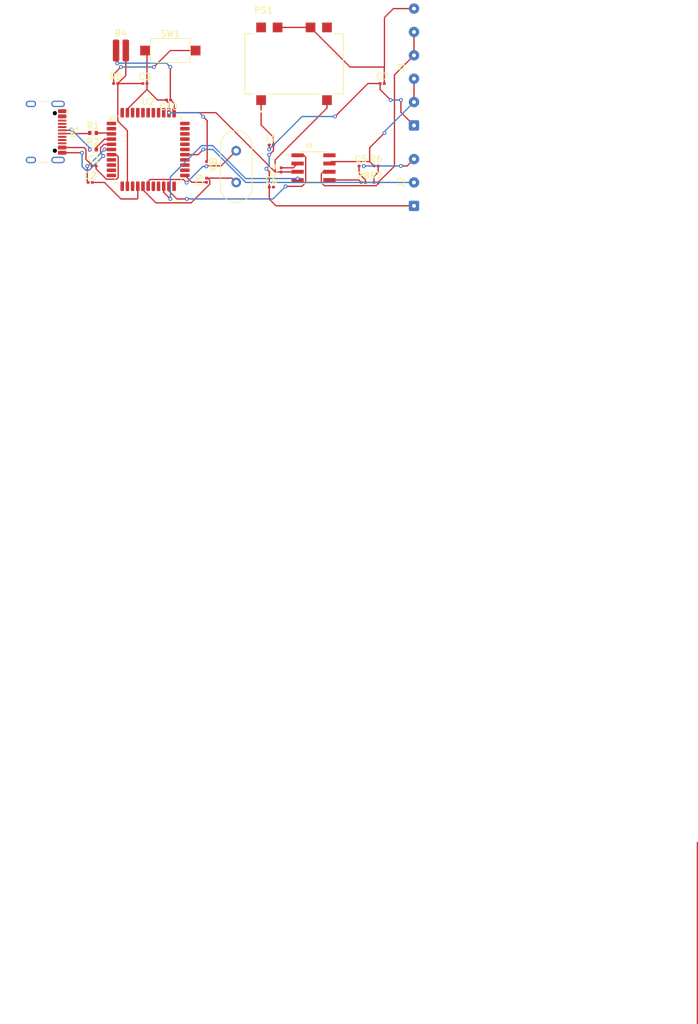
<source format=kicad_pcb>
(kicad_pcb (version 20241229) (generator "pcbnew") (generator_version "9.0")
  (layers (0 "F.Cu" signal) (2 "B.Cu" signal) (13 "F.Paste" user) (15 "B.Paste" user) (5 "F.SilkS" user "F.Silkscreen") (7 "B.SilkS" user "B.Silkscreen") (1 "F.Mask" user) (3 "B.Mask" user) (25 "Edge.Cuts" user))
  (net 0 "")
  (net 1 "Net-(U2-VBUS)")
  (net 2 "Net-(C1-Pad1)")
  (net 3 "GND")
  (net 4 "Net-(U2-UCAP)")
  (net 5 "RST")
  (net 6 "+5V")
  (net 7 "Net-(C5-Pad1)")
  (net 8 "Net-(J2-Pin_1)")
  (net 9 "+12V")
  (net 10 "Net-(U2-XTAL1)")
  (net 11 "Net-(U2-XTAL2)")
  (net 12 "CANL")
  (net 13 "CANH")
  (net 14 "DIO")
  (net 15 "Net-(P1-D-)")
  (net 16 "Net-(P1-D+)")
  (net 18 "UGND")
  (net 23 "Net-(U2-D-)")
  (net 24 "Net-(U2-D+)")
  (net 25 "Net-(R5-Pad1)")
  (net 26 "SPLIT")
  (net 29 "Net-(U2-AVCC-Pad24)")
  (net 32 "TX")
  (net 38 "RX")
  (footprint "Resistor_SMD:R_0402_1005Metric" (layer "F.Cu") (at 109.99 76.2)
    (property "Reference" "R2" (at 0 -1.17 0) (layer "F.SilkS"))
    (property "Value" "22")
    (fp_line (start -0.153641 -0.38) (end 0.153641 -0.38) (stroke (width 0.12)) (layer "F.SilkS"))
    (fp_line (start -0.153641 0.38) (end 0.153641 0.38) (stroke (width 0.12)) (layer "F.SilkS"))
    (pad "1" smd roundrect (at -0.51 0) (size 0.54 0.64) (layers "F.Cu" "F.Mask" "F.Paste") (net 16 "Net-(P1-D+)"))
    (pad "2" smd roundrect (at 0.51 0) (size 0.54 0.64) (layers "F.Cu" "F.Mask" "F.Paste") (net 24 "Net-(U2-D+)"))
  )
  (footprint "Capacitor_SMD:C_0201_0603Metric" (layer "F.Cu") (at 127.5 80.935 90)
    (property "Reference" "C9" (at 0 -1.05 90) (layer "F.SilkS"))
    (property "Value" "22 pF")
    (pad "1" smd roundrect (at -0.32 0 90) (size 0.46 0.4) (layers "F.Cu" "F.Mask") (net 3 "GND"))
    (pad "2" smd roundrect (at 0.32 0 90) (size 0.46 0.4) (layers "F.Cu" "F.Mask") (net 11 "Net-(U2-XTAL2)"))
  )
  (footprint "Resistor_SMD:R_0201_0603Metric" (layer "F.Cu") (at 153.655 78.74)
    (property "Reference" "R6" (at 0 -1.05 0) (layer "F.SilkS"))
    (property "Value" "60")
    (pad "1" smd roundrect (at -0.32 0) (size 0.46 0.4) (layers "F.Cu" "F.Mask") (net 13 "CANH"))
    (pad "2" smd roundrect (at 0.32 0) (size 0.46 0.4) (layers "F.Cu" "F.Mask") (net 7 "Net-(C5-Pad1)"))
  )
  (footprint "TSR_1-2450SM:CONV_TSR_1-2450SM" (layer "F.Cu") (at 141 63)
    (property "Reference" "PS1" (at -4.675 -8.235 0) (layer "F.SilkS"))
    (property "Value" "TSR_1-2450SM")
    (fp_line (start -7.6 -4.65) (end -7.6 4.65) (stroke (width 0.127)) (layer "F.SilkS"))
    (fp_line (start -7.6 4.65) (end -6.15 4.65) (stroke (width 0.127)) (layer "F.SilkS"))
    (fp_line (start -6.15 -4.65) (end -7.6 -4.65) (stroke (width 0.127)) (layer "F.SilkS"))
    (fp_line (start -4.01 4.65) (end 4.01 4.65) (stroke (width 0.127)) (layer "F.SilkS"))
    (fp_line (start 6.15 4.65) (end 7.6 4.65) (stroke (width 0.127)) (layer "F.SilkS"))
    (fp_line (start 7.6 -4.65) (end 6.15 -4.65) (stroke (width 0.127)) (layer "F.SilkS"))
    (fp_line (start 7.6 4.65) (end 7.6 -4.65) (stroke (width 0.127)) (layer "F.SilkS"))
    (fp_circle (center -5.08 7.35) (end -4.98 7.35) (stroke (width 0.2)) (fill no) (layer "F.SilkS"))
    (pad "1" smd rect (at -5.08 5.6) (size 1.5 1.5) (layers "F.Cu" "F.Mask" "F.Paste") (net 8 "Net-(J2-Pin_1)"))
    (pad "5" smd rect (at 5.08 5.6) (size 1.5 1.5) (layers "F.Cu" "F.Mask" "F.Paste") (net 6 "+5V"))
    (pad "6" smd rect (at 5.08 -5.6) (size 1.5 1.5) (layers "F.Cu" "F.Mask" "F.Paste"))
    (pad "7" smd rect (at 2.54 -5.6) (size 1.5 1.5) (layers "F.Cu" "F.Mask" "F.Paste") (net 3 "GND"))
    (pad "9" smd rect (at -2.54 -5.6) (size 1.5 1.5) (layers "F.Cu" "F.Mask" "F.Paste") (net 3 "GND"))
    (pad "10" smd rect (at -5.08 -5.6) (size 1.5 1.5) (layers "F.Cu" "F.Mask" "F.Paste"))
  )
  (footprint "Capacitor_SMD:C_0201_0603Metric" (layer "F.Cu") (at 154.595 66.04)
    (property "Reference" "C7" (at 0 -1.05 0) (layer "F.SilkS"))
    (property "Value" "10 uF")
    (pad "1" smd roundrect (at -0.32 0) (size 0.46 0.4) (layers "F.Cu" "F.Mask") (net 9 "+12V"))
    (pad "2" smd roundrect (at 0.32 0) (size 0.46 0.4) (layers "F.Cu" "F.Mask") (net 3 "GND"))
  )
  (footprint "Capacitor_SMD:C_0201_0603Metric" (layer "F.Cu") (at 127.5 78.395 -90)
    (property "Reference" "C8" (at 0 -1.05 90) (layer "F.SilkS"))
    (property "Value" "22 pF")
    (pad "1" smd roundrect (at -0.32 0 270) (size 0.46 0.4) (layers "F.Cu" "F.Mask") (net 3 "GND"))
    (pad "2" smd roundrect (at 0.32 0 270) (size 0.46 0.4) (layers "F.Cu" "F.Mask") (net 10 "Net-(U2-XTAL1)"))
  )
  (footprint "Inductor_SMD:L_0201_0603Metric" (layer "F.Cu") (at 137.5 75.5)
    (property "Reference" "L1" (at 0 -1.05 0) (layer "F.SilkS"))
    (property "Value" "5.6 uH")
    (pad "1" smd roundrect (at -0.32 0) (size 0.46 0.4) (layers "F.Cu" "F.Mask") (net 9 "+12V"))
    (pad "2" smd roundrect (at 0.32 0) (size 0.46 0.4) (layers "F.Cu" "F.Mask") (net 8 "Net-(J2-Pin_1)"))
  )
  (footprint "Capacitor_SMD:C_0201_0603Metric" (layer "F.Cu") (at 139 79.345 90)
    (property "Reference" "C4" (at 0 -1.05 90) (layer "F.SilkS"))
    (property "Value" ".1 uF")
    (pad "1" smd roundrect (at -0.32 0 90) (size 0.46 0.4) (layers "F.Cu" "F.Mask") (net 6 "+5V"))
    (pad "2" smd roundrect (at 0.32 0 90) (size 0.46 0.4) (layers "F.Cu" "F.Mask") (net 3 "GND"))
  )
  (footprint "MCP2561-E_SN:SOIC127P600X175-8N" (layer "F.Cu") (at 144 79)
    (property "Reference" "U3" (at -0.677033 -3.409974 0) (layer "F.SilkS") (effects (font (size 0.48073 0.48073))))
    (property "Value" "MCP2561-E_SN")
    (fp_line (start -1.95 -2.45) (end 1.95 -2.45) (stroke (width 0.127)) (layer "F.SilkS"))
    (fp_line (start -1.95 2.45) (end 1.95 2.45) (stroke (width 0.127)) (layer "F.SilkS"))
    (fp_circle (center -4 -2) (end -3.9 -2) (stroke (width 0.2)) (fill no) (layer "F.SilkS"))
    (pad "1" smd roundrect (at -2.455 -1.905) (size 1.9 0.6) (layers "F.Cu" "F.Mask" "F.Paste") (roundrect_rratio 0.075) (net 32 "TX"))
    (pad "2" smd roundrect (at -2.455 -0.635) (size 1.9 0.6) (layers "F.Cu" "F.Mask" "F.Paste") (roundrect_rratio 0.075) (net 3 "GND"))
    (pad "3" smd roundrect (at -2.455 0.635) (size 1.9 0.6) (layers "F.Cu" "F.Mask" "F.Paste") (roundrect_rratio 0.075) (net 6 "+5V"))
    (pad "4" smd roundrect (at -2.455 1.905) (size 1.9 0.6) (layers "F.Cu" "F.Mask" "F.Paste") (roundrect_rratio 0.075) (net 38 "RX"))
    (pad "5" smd roundrect (at 2.455 1.905) (size 1.9 0.6) (layers "F.Cu" "F.Mask" "F.Paste") (roundrect_rratio 0.075) (net 26 "SPLIT"))
    (pad "6" smd roundrect (at 2.455 0.635) (size 1.9 0.6) (layers "F.Cu" "F.Mask" "F.Paste") (roundrect_rratio 0.075) (net 12 "CANL"))
    (pad "7" smd roundrect (at 2.455 -0.635) (size 1.9 0.6) (layers "F.Cu" "F.Mask" "F.Paste") (roundrect_rratio 0.075) (net 13 "CANH"))
    (pad "8" smd roundrect (at 2.455 -1.905) (size 1.9 0.6) (layers "F.Cu" "F.Mask" "F.Paste") (roundrect_rratio 0.075))
  )
  (footprint "Resistor_SMD:R_0201_0603Metric" (layer "F.Cu") (at 113.5 66.04)
    (property "Reference" "R5" (at 0 -1.05 0) (layer "F.SilkS"))
    (property "Value" "1 K")
    (pad "1" smd roundrect (at -0.32 0) (size 0.46 0.4) (layers "F.Cu" "F.Mask") (net 25 "Net-(R5-Pad1)"))
    (pad "2" smd roundrect (at 0.32 0) (size 0.46 0.4) (layers "F.Cu" "F.Mask") (net 5 "RST"))
  )
  (footprint "Capacitor_SMD:C_0201_0603Metric" (layer "F.Cu") (at 118 66.04)
    (property "Reference" "C3" (at 0 -1.05 0) (layer "F.SilkS"))
    (property "Value" "0.1 uF")
    (pad "1" smd roundrect (at -0.32 0) (size 0.46 0.4) (layers "F.Cu" "F.Mask") (net 5 "RST"))
    (pad "2" smd roundrect (at 0.32 0) (size 0.46 0.4) (layers "F.Cu" "F.Mask") (net 3 "GND"))
  )
  (footprint "Connector_USB:USB_C_Receptacle_HCTL_HC-TYPE-C-16P-01A" (layer "F.Cu") (at 101.5 73.5 -90)
    (property "Reference" "P1" (at 0 -5.645 90) (layer "F.SilkS"))
    (property "Value" "USB_C_Plug_USB2.0")
    (fp_line (start -4.7 -1.78) (end -4.7 0) (stroke (width 0.12)) (layer "F.SilkS"))
    (fp_line (start 4.7 -1.78) (end 4.7 0) (stroke (width 0.12)) (layer "F.SilkS"))
    (fp_line (start -2.8 -4.7) (end -3.6 -4.7) (stroke (width 0.12)) (layer "F.SilkS"))
    (pad "" np_thru_hole circle (at -2.89 -2.605 270) (size 0.65 0.65) (drill 0.65) (layers "*.Mask"))
    (pad "" np_thru_hole circle (at 2.89 -2.605 270) (size 0.65 0.65) (drill 0.65) (layers "*.Mask"))
    (pad "A1" smd roundrect (at -3.2 -3.745 270) (size 0.6 1.3) (layers "F.Cu" "F.Mask" "F.Paste") (net 18 "UGND"))
    (pad "A4" smd roundrect (at -2.4 -3.745 270) (size 0.6 1.3) (layers "F.Cu" "F.Mask" "F.Paste") (net 2 "Net-(C1-Pad1)"))
    (pad "A5" smd roundrect (at -1.25 -3.745 270) (size 0.3 1.3) (layers "F.Cu" "F.Mask" "F.Paste"))
    (pad "A6" smd roundrect (at -0.25 -3.745 270) (size 0.3 1.3) (layers "F.Cu" "F.Mask" "F.Paste") (net 16 "Net-(P1-D+)"))
    (pad "A7" smd roundrect (at 0.25 -3.745 270) (size 0.3 1.3) (layers "F.Cu" "F.Mask" "F.Paste") (net 15 "Net-(P1-D-)"))
    (pad "A8" smd roundrect (at 1.25 -3.745 270) (size 0.3 1.3) (layers "F.Cu" "F.Mask" "F.Paste"))
    (pad "A9" smd roundrect (at 2.4 -3.745 270) (size 0.6 1.3) (layers "F.Cu" "F.Mask" "F.Paste") (net 2 "Net-(C1-Pad1)"))
    (pad "A12" smd roundrect (at 3.2 -3.745 270) (size 0.6 1.3) (layers "F.Cu" "F.Mask" "F.Paste") (net 18 "UGND"))
    (pad "B1" smd roundrect (at 3.2 -3.745 270) (size 0.6 1.3) (layers "F.Cu" "F.Mask" "F.Paste") (net 18 "UGND"))
    (pad "B4" smd roundrect (at 2.4 -3.745 270) (size 0.6 1.3) (layers "F.Cu" "F.Mask" "F.Paste") (net 2 "Net-(C1-Pad1)"))
    (pad "B5" smd roundrect (at 1.75 -3.745 270) (size 0.3 1.3) (layers "F.Cu" "F.Mask" "F.Paste"))
    (pad "B6" smd roundrect (at 0.75 -3.745 270) (size 0.3 1.3) (layers "F.Cu" "F.Mask" "F.Paste"))
    (pad "B7" smd roundrect (at -0.75 -3.745 270) (size 0.3 1.3) (layers "F.Cu" "F.Mask" "F.Paste"))
    (pad "B8" smd roundrect (at -1.75 -3.745 270) (size 0.3 1.3) (layers "F.Cu" "F.Mask" "F.Paste"))
    (pad "B9" smd roundrect (at -2.4 -3.745 270) (size 0.6 1.3) (layers "F.Cu" "F.Mask" "F.Paste") (net 2 "Net-(C1-Pad1)"))
    (pad "B12" smd roundrect (at -3.2 -3.745 270) (size 0.6 1.3) (layers "F.Cu" "F.Mask" "F.Paste") (net 18 "UGND"))
    (pad "S1" thru_hole oval (at -4.32 -3.105 270) (size 1 2.1) (drill oval 0.6 1.7) (property pad_prop_heatsink) (layers "*.Cu" "*.Mask"))
    (pad "S1" thru_hole oval (at -4.32 1.075 270) (size 1 1.6) (drill oval 0.6 1.2) (property pad_prop_heatsink) (layers "*.Cu" "*.Mask"))
    (pad "S1" thru_hole oval (at 4.32 -3.105 270) (size 1 2.1) (drill oval 0.6 1.7) (property pad_prop_heatsink) (layers "*.Cu" "*.Mask"))
    (pad "S1" thru_hole oval (at 4.32 1.075 270) (size 1 1.6) (drill oval 0.6 1.2) (property pad_prop_heatsink) (layers "*.Cu" "*.Mask"))
  )
  (footprint "Connector_Wire:SolderWire-0.1sqmm_1x03_P3.6mm_D0.4mm_OD1mm" (layer "F.Cu") (at 159.5 84.88 90)
    (property "Reference" "J2" (at 3.6 -2 90) (layer "F.SilkS"))
    (property "Value" "Conn_01x03_Socket")
    (pad "1" thru_hole roundrect (at 0 0 90) (size 1.6 1.6) (drill 0.6) (layers "*.Cu" "*.Mask") (roundrect_rratio 0.15625) (net 8 "Net-(J2-Pin_1)"))
    (pad "2" thru_hole circle (at 3.6 0 90) (size 1.6 1.6) (drill 0.6) (layers "*.Cu" "*.Mask") (net 14 "DIO"))
    (pad "3" thru_hole circle (at 7.2 0 90) (size 1.6 1.6) (drill 0.6) (layers "*.Cu" "*.Mask") (net 3 "GND"))
  )
  (footprint "Capacitor_SMD:C_0201_0603Metric" (layer "F.Cu") (at 121.655 68.58 180)
    (property "Reference" "C10" (at 0 -1.05 0) (layer "F.SilkS"))
    (property "Value" "100 nF")
    (pad "1" smd roundrect (at -0.32 0 180) (size 0.46 0.4) (layers "F.Cu" "F.Mask") (net 6 "+5V"))
    (pad "2" smd roundrect (at 0.32 0 180) (size 0.46 0.4) (layers "F.Cu" "F.Mask") (net 3 "GND"))
  )
  (footprint "Crystal:Crystal_HC49-U_Vertical" (layer "F.Cu") (at 132.08 81.28 90)
    (property "Reference" "Y1" (at 2.44 -3.52 90) (layer "F.SilkS"))
    (property "Value" "16 MHz")
    (fp_line (start -0.685 -2.435) (end 5.565 -2.435) (stroke (width 0.12)) (layer "F.SilkS"))
    (fp_line (start -0.685 2.435) (end 5.565 2.435) (stroke (width 0.12)) (layer "F.SilkS"))
    (fp_arc (start 5.565 -2.435) (mid 8 0) (end 5.565 2.435) (stroke (width 0.12)) (layer "F.SilkS"))
    (fp_arc (start -0.685 2.435) (mid -3.12 0) (end -0.685 -2.435) (stroke (width 0.12)) (layer "F.SilkS"))
    (pad "1" thru_hole circle (at 0 0 90) (size 1.5 1.5) (drill 0.8) (layers "*.Cu" "*.Mask") (net 11 "Net-(U2-XTAL2)"))
    (pad "2" thru_hole circle (at 4.88 0 90) (size 1.5 1.5) (drill 0.8) (layers "*.Cu" "*.Mask") (net 10 "Net-(U2-XTAL1)"))
  )
  (footprint "Capacitor_SMD:C_0201_0603Metric" (layer "F.Cu") (at 110.155 78.74)
    (property "Reference" "C1" (at 0 -1.05 0) (layer "F.SilkS"))
    (property "Value" "10 uF")
    (pad "1" smd roundrect (at -0.32 0) (size 0.46 0.4) (layers "F.Cu" "F.Mask") (net 2 "Net-(C1-Pad1)"))
    (pad "2" smd roundrect (at 0.32 0) (size 0.46 0.4) (layers "F.Cu" "F.Mask") (net 1 "Net-(U2-VBUS)"))
  )
  (footprint "Capacitor_SMD:C_0201_0603Metric" (layer "F.Cu") (at 109.565 81.28)
    (property "Reference" "C2" (at 0 -1.05 0) (layer "F.SilkS"))
    (property "Value" "1 uF")
    (pad "1" smd roundrect (at -0.32 0) (size 0.46 0.4) (layers "F.Cu" "F.Mask") (net 4 "Net-(U2-UCAP)"))
    (pad "2" smd roundrect (at 0.32 0) (size 0.46 0.4) (layers "F.Cu" "F.Mask") (net 3 "GND"))
  )
  (footprint "Resistor_SMD:R_0201_0603Metric" (layer "F.Cu") (at 151.68 81.28)
    (property "Reference" "R8" (at 0 -1.05 0) (layer "F.SilkS"))
    (property "Value" "300")
    (pad "1" smd roundrect (at -0.32 0) (size 0.46 0.4) (layers "F.Cu" "F.Mask") (net 26 "SPLIT"))
    (pad "2" smd roundrect (at 0.32 0) (size 0.46 0.4) (layers "F.Cu" "F.Mask") (net 7 "Net-(C5-Pad1)"))
  )
  (footprint "Resistor_SMD:R_0612_1632Metric" (layer "F.Cu") (at 114.3 60.96)
    (property "Reference" "R4" (at 0 -2.65 0) (layer "F.SilkS"))
    (property "Value" "10 K")
    (fp_line (start -0.182983 -1.71) (end 0.182983 -1.71) (stroke (width 0.12)) (layer "F.SilkS"))
    (fp_line (start -0.182983 1.71) (end 0.182983 1.71) (stroke (width 0.12)) (layer "F.SilkS"))
    (pad "1" smd roundrect (at -0.75 0) (size 1 3.4) (layers "F.Cu" "F.Mask" "F.Paste") (net 6 "+5V"))
    (pad "2" smd roundrect (at 0.75 0) (size 1 3.4) (layers "F.Cu" "F.Mask" "F.Paste") (net 5 "RST"))
  )
  (footprint "Connector_Wire:SolderWire-0.1sqmm_1x06_P3.6mm_D0.4mm_OD1mm" (layer "F.Cu") (at 159.5 72.5 90)
    (property "Reference" "J1" (at 9 -2 90) (layer "F.SilkS"))
    (property "Value" "Conn_01x06_Socket")
    (pad "1" thru_hole roundrect (at 0 0 90) (size 1.6 1.6) (drill 0.6) (layers "*.Cu" "*.Mask") (roundrect_rratio 0.15625) (net 9 "+12V"))
    (pad "2" thru_hole circle (at 3.6 0 90) (size 1.6 1.6) (drill 0.6) (layers "*.Cu" "*.Mask") (net 13 "CANH"))
    (pad "3" thru_hole circle (at 7.2 0 90) (size 1.6 1.6) (drill 0.6) (layers "*.Cu" "*.Mask") (net 13 "CANH"))
    (pad "4" thru_hole circle (at 10.8 0 90) (size 1.6 1.6) (drill 0.6) (layers "*.Cu" "*.Mask") (net 12 "CANL"))
    (pad "5" thru_hole circle (at 14.4 0 90) (size 1.6 1.6) (drill 0.6) (layers "*.Cu" "*.Mask") (net 12 "CANL"))
    (pad "6" thru_hole circle (at 18 0 90) (size 1.6 1.6) (drill 0.6) (layers "*.Cu" "*.Mask") (net 3 "GND"))
  )
  (footprint "Resistor_SMD:R_0201_0603Metric" (layer "F.Cu") (at 153.655 81.28)
    (property "Reference" "R7" (at 0 -1.05 0) (layer "F.SilkS"))
    (property "Value" "60")
    (pad "1" smd roundrect (at -0.32 0) (size 0.46 0.4) (layers "F.Cu" "F.Mask") (net 7 "Net-(C5-Pad1)"))
    (pad "2" smd roundrect (at 0.32 0) (size 0.46 0.4) (layers "F.Cu" "F.Mask") (net 12 "CANL"))
  )
  (footprint "Package_QFP:TQFP-44_10x10mm_P0.8mm" (layer "F.Cu") (at 118.5 76.2)
    (property "Reference" "U2" (at 0 -7.35 0) (layer "F.SilkS"))
    (property "Value" "ATmega32U4-A")
    (fp_line (start -5.11 -5.11) (end -5.11 -4.535) (stroke (width 0.12)) (layer "F.SilkS"))
    (fp_line (start -5.11 5.11) (end -5.11 4.535) (stroke (width 0.12)) (layer "F.SilkS"))
    (fp_line (start -4.535 -5.11) (end -5.11 -5.11) (stroke (width 0.12)) (layer "F.SilkS"))
    (fp_line (start -4.535 5.11) (end -5.11 5.11) (stroke (width 0.12)) (layer "F.SilkS"))
    (fp_line (start 4.535 -5.11) (end 5.11 -5.11) (stroke (width 0.12)) (layer "F.SilkS"))
    (fp_line (start 4.535 5.11) (end 5.11 5.11) (stroke (width 0.12)) (layer "F.SilkS"))
    (fp_line (start 5.11 -5.11) (end 5.11 -4.535) (stroke (width 0.12)) (layer "F.SilkS"))
    (fp_line (start 5.11 5.11) (end 5.11 4.535) (stroke (width 0.12)) (layer "F.SilkS"))
    (fp_poly (pts (xy -5.7 -4.535) (xy -6.04 -5.005) (xy -5.36 -5.005)) (stroke (width 0.12)) (fill yes) (layer "F.SilkS"))
    (pad "1" smd roundrect (at -5.6625 -4) (size 1.475 0.55) (layers "F.Cu" "F.Mask" "F.Paste"))
    (pad "2" smd roundrect (at -5.6625 -3.2) (size 1.475 0.55) (layers "F.Cu" "F.Mask" "F.Paste"))
    (pad "3" smd roundrect (at -5.6625 -2.4) (size 1.475 0.55) (layers "F.Cu" "F.Mask" "F.Paste") (net 23 "Net-(U2-D-)"))
    (pad "4" smd roundrect (at -5.6625 -1.6) (size 1.475 0.55) (layers "F.Cu" "F.Mask" "F.Paste") (net 24 "Net-(U2-D+)"))
    (pad "5" smd roundrect (at -5.6625 -0.8) (size 1.475 0.55) (layers "F.Cu" "F.Mask" "F.Paste") (net 18 "UGND"))
    (pad "6" smd roundrect (at -5.6625 0) (size 1.475 0.55) (layers "F.Cu" "F.Mask" "F.Paste") (net 4 "Net-(U2-UCAP)"))
    (pad "7" smd roundrect (at -5.6625 0.8) (size 1.475 0.55) (layers "F.Cu" "F.Mask" "F.Paste") (net 1 "Net-(U2-VBUS)"))
    (pad "8" smd roundrect (at -5.6625 1.6) (size 1.475 0.55) (layers "F.Cu" "F.Mask" "F.Paste"))
    (pad "9" smd roundrect (at -5.6625 2.4) (size 1.475 0.55) (layers "F.Cu" "F.Mask" "F.Paste"))
    (pad "10" smd roundrect (at -5.6625 3.2) (size 1.475 0.55) (layers "F.Cu" "F.Mask" "F.Paste"))
    (pad "11" smd roundrect (at -5.6625 4) (size 1.475 0.55) (layers "F.Cu" "F.Mask" "F.Paste"))
    (pad "12" smd roundrect (at -4 5.6625) (size 0.55 1.475) (layers "F.Cu" "F.Mask" "F.Paste"))
    (pad "13" smd roundrect (at -3.2 5.6625) (size 0.55 1.475) (layers "F.Cu" "F.Mask" "F.Paste") (net 5 "RST"))
    (pad "14" smd roundrect (at -2.4 5.6625) (size 0.55 1.475) (layers "F.Cu" "F.Mask" "F.Paste") (net 6 "+5V"))
    (pad "15" smd roundrect (at -1.6 5.6625) (size 0.55 1.475) (layers "F.Cu" "F.Mask" "F.Paste") (net 3 "GND"))
    (pad "16" smd roundrect (at -0.8 5.6625) (size 0.55 1.475) (layers "F.Cu" "F.Mask" "F.Paste") (net 11 "Net-(U2-XTAL2)"))
    (pad "17" smd roundrect (at 0 5.6625) (size 0.55 1.475) (layers "F.Cu" "F.Mask" "F.Paste") (net 10 "Net-(U2-XTAL1)"))
    (pad "18" smd roundrect (at 0.8 5.6625) (size 0.55 1.475) (layers "F.Cu" "F.Mask" "F.Paste"))
    (pad "19" smd roundrect (at 1.6 5.6625) (size 0.55 1.475) (layers "F.Cu" "F.Mask" "F.Paste"))
    (pad "20" smd roundrect (at 2.4 5.6625) (size 0.55 1.475) (layers "F.Cu" "F.Mask" "F.Paste") (net 38 "RX"))
    (pad "21" smd roundrect (at 3.2 5.6625) (size 0.55 1.475) (layers "F.Cu" "F.Mask" "F.Paste") (net 32 "TX"))
    (pad "22" smd roundrect (at 4 5.6625) (size 0.55 1.475) (layers "F.Cu" "F.Mask" "F.Paste"))
    (pad "23" smd roundrect (at 5.6625 4) (size 1.475 0.55) (layers "F.Cu" "F.Mask" "F.Paste") (net 3 "GND"))
    (pad "24" smd roundrect (at 5.6625 3.2) (size 1.475 0.55) (layers "F.Cu" "F.Mask" "F.Paste") (net 29 "Net-(U2-AVCC-Pad24)"))
    (pad "25" smd roundrect (at 5.6625 2.4) (size 1.475 0.55) (layers "F.Cu" "F.Mask" "F.Paste"))
    (pad "26" smd roundrect (at 5.6625 1.6) (size 1.475 0.55) (layers "F.Cu" "F.Mask" "F.Paste"))
    (pad "27" smd roundrect (at 5.6625 0.8) (size 1.475 0.55) (layers "F.Cu" "F.Mask" "F.Paste") (net 14 "DIO"))
    (pad "28" smd roundrect (at 5.6625 0) (size 1.475 0.55) (layers "F.Cu" "F.Mask" "F.Paste"))
    (pad "29" smd roundrect (at 5.6625 -0.8) (size 1.475 0.55) (layers "F.Cu" "F.Mask" "F.Paste"))
    (pad "30" smd roundrect (at 5.6625 -1.6) (size 1.475 0.55) (layers "F.Cu" "F.Mask" "F.Paste"))
    (pad "31" smd roundrect (at 5.6625 -2.4) (size 1.475 0.55) (layers "F.Cu" "F.Mask" "F.Paste"))
    (pad "32" smd roundrect (at 5.6625 -3.2) (size 1.475 0.55) (layers "F.Cu" "F.Mask" "F.Paste"))
    (pad "33" smd roundrect (at 5.6625 -4) (size 1.475 0.55) (layers "F.Cu" "F.Mask" "F.Paste"))
    (pad "34" smd roundrect (at 4 -5.6625) (size 0.55 1.475) (layers "F.Cu" "F.Mask" "F.Paste") (net 6 "+5V"))
    (pad "35" smd roundrect (at 3.2 -5.6625) (size 0.55 1.475) (layers "F.Cu" "F.Mask" "F.Paste") (net 3 "GND"))
    (pad "36" smd roundrect (at 2.4 -5.6625) (size 0.55 1.475) (layers "F.Cu" "F.Mask" "F.Paste"))
    (pad "37" smd roundrect (at 1.6 -5.6625) (size 0.55 1.475) (layers "F.Cu" "F.Mask" "F.Paste"))
    (pad "38" smd roundrect (at 0.8 -5.6625) (size 0.55 1.475) (layers "F.Cu" "F.Mask" "F.Paste"))
    (pad "39" smd roundrect (at 0 -5.6625) (size 0.55 1.475) (layers "F.Cu" "F.Mask" "F.Paste"))
    (pad "40" smd roundrect (at -0.8 -5.6625) (size 0.55 1.475) (layers "F.Cu" "F.Mask" "F.Paste"))
    (pad "41" smd roundrect (at -1.6 -5.6625) (size 0.55 1.475) (layers "F.Cu" "F.Mask" "F.Paste"))
    (pad "42" smd roundrect (at -2.4 -5.6625) (size 0.55 1.475) (layers "F.Cu" "F.Mask" "F.Paste"))
    (pad "43" smd roundrect (at -3.2 -5.6625) (size 0.55 1.475) (layers "F.Cu" "F.Mask" "F.Paste") (net 3 "GND"))
    (pad "44" smd roundrect (at -4 -5.6625) (size 0.55 1.475) (layers "F.Cu" "F.Mask" "F.Paste") (net 29 "Net-(U2-AVCC-Pad24)"))
  )
  (footprint "Capacitor_SMD:C_0201_0603Metric" (layer "F.Cu") (at 151.345 78.74)
    (property "Reference" "C5" (at 0 -1.05 0) (layer "F.SilkS"))
    (property "Value" "4700 pF")
    (pad "1" smd roundrect (at -0.32 0) (size 0.46 0.4) (layers "F.Cu" "F.Mask") (net 7 "Net-(C5-Pad1)"))
    (pad "2" smd roundrect (at 0.32 0) (size 0.46 0.4) (layers "F.Cu" "F.Mask") (net 3 "GND"))
  )
  (footprint "Capacitor_SMD:C_0201_0603Metric" (layer "F.Cu") (at 137.5 82)
    (property "Reference" "C6" (at 0 -1.05 0) (layer "F.SilkS"))
    (property "Value" "10 uF")
    (pad "1" smd roundrect (at -0.32 0) (size 0.46 0.4) (layers "F.Cu" "F.Mask") (net 8 "Net-(J2-Pin_1)"))
    (pad "2" smd roundrect (at 0.32 0) (size 0.46 0.4) (layers "F.Cu" "F.Mask") (net 3 "GND"))
  )
  (footprint "Resistor_SMD:R_0402_1005Metric" (layer "F.Cu") (at 110 73.66)
    (property "Reference" "R1" (at 0 -1.17 0) (layer "F.SilkS"))
    (property "Value" "22")
    (fp_line (start -0.153641 -0.38) (end 0.153641 -0.38) (stroke (width 0.12)) (layer "F.SilkS"))
    (fp_line (start -0.153641 0.38) (end 0.153641 0.38) (stroke (width 0.12)) (layer "F.SilkS"))
    (pad "1" smd roundrect (at -0.51 0) (size 0.54 0.64) (layers "F.Cu" "F.Mask" "F.Paste") (net 15 "Net-(P1-D-)"))
    (pad "2" smd roundrect (at 0.51 0) (size 0.54 0.64) (layers "F.Cu" "F.Mask" "F.Paste") (net 23 "Net-(U2-D-)"))
  )
  (footprint "Button_Switch_SMD:SW_SPST_CK_RS282G05A3" (layer "F.Cu") (at 121.92 60.96)
    (property "Reference" "SW1" (at 0 -2.6 0) (layer "F.SilkS"))
    (property "Value" "SW_Push")
    (fp_line (start -3.06 -1.85) (end 3.06 -1.85) (stroke (width 0.12)) (layer "F.SilkS"))
    (fp_line (start -3.06 1.85) (end -3.06 -1.85) (stroke (width 0.12)) (layer "F.SilkS"))
    (fp_line (start 3.06 -1.85) (end 3.06 1.85) (stroke (width 0.12)) (layer "F.SilkS"))
    (fp_line (start 3.06 1.85) (end -3.06 1.85) (stroke (width 0.12)) (layer "F.SilkS"))
    (pad "1" smd rect (at -3.9 0) (size 1.5 1.5) (layers "F.Cu" "F.Mask" "F.Paste") (net 3 "GND"))
    (pad "2" smd rect (at 3.9 0) (size 1.5 1.5) (layers "F.Cu" "F.Mask" "F.Paste") (net 25 "Net-(R5-Pad1)"))
  )
  (gr_rect (start 203.2 182.88) (end 203.2 210.82) (stroke (width 0.2)) (fill no) (layer "F.Cu"))
  (segment (start 113.876 80.522944) (end 113.876 77.301001) (width 0.2) (layer "F.Cu") (net 1))
  (segment (start 113.574999 77) (end 112.8375 77) (width 0.2) (layer "F.Cu") (net 1))
  (segment (start 113.622944 80.776) (end 113.876 80.522944) (width 0.2) (layer "F.Cu") (net 1))
  (segment (start 113.876 77.301001) (end 113.574999 77) (width 0.2) (layer "F.Cu") (net 1))
  (segment (start 110.475 78.74) (end 110.475 79.198944) (width 0.2) (layer "F.Cu") (net 1))
  (segment (start 110.475 79.198944) (end 112.052056 80.776) (width 0.2) (layer "F.Cu") (net 1))
  (segment (start 112.052056 80.776) (end 113.622944 80.776) (width 0.2) (layer "F.Cu") (net 1))
  (segment (start 109.835 78.645296) (end 109.835 78.74) (width 0.2) (layer "F.Cu") (net 2))
  (segment (start 108.909 77.719296) (end 109.835 78.645296) (width 0.2) (layer "F.Cu") (net 2))
  (segment (start 108.909 76.2) (end 108.909 77.719296) (width 0.2) (layer "F.Cu") (net 2))
  (segment (start 108.609 75.9) (end 108.909 76.2) (width 0.2) (layer "F.Cu") (net 2))
  (segment (start 105.245 75.9) (end 108.609 75.9) (width 0.2) (layer "F.Cu") (net 2))
  (segment (start 119.943944 68.58) (end 118.32 66.956056) (width 0.2) (layer "F.Cu") (net 3))
  (segment (start 158.44 78.74) (end 157.48 78.74) (width 0.2) (layer "F.Cu") (net 3))
  (segment (start 127.601 77.974) (end 127.601 71.7385) (width 0.2) (layer "F.Cu") (net 3))
  (segment (start 118.32 66.04) (end 118.32 61.26) (width 0.2) (layer "F.Cu") (net 3))
  (segment (start 118.32 66.956056) (end 115.3 69.976056) (width 0.2) (layer "F.Cu") (net 3))
  (segment (start 115.3 69.976056) (end 115.3 70.5375) (width 0.2) (layer "F.Cu") (net 3))
  (segment (start 149.64 63.5) (end 154.94 63.5) (width 0.2) (layer "F.Cu") (net 3))
  (segment (start 154.94 63.5) (end 154.94 55.88) (width 0.2) (layer "F.Cu") (net 3))
  (segment (start 154.94 55.88) (end 156.32 54.5) (width 0.2) (layer "F.Cu") (net 3))
  (segment (start 140.885 79.025) (end 141.545 78.365) (width 0.2) (layer "F.Cu") (net 3))
  (segment (start 116.9 83.76) (end 116.9 81.8625) (width 0.2) (layer "F.Cu") (net 3))
  (segment (start 121.7 70.5375) (end 121.7 69.10487) (width 0.2) (layer "F.Cu") (net 3))
  (segment (start 156.32 54.5) (end 159.5 54.5) (width 0.2) (layer "F.Cu") (net 3))
  (segment (start 127.5 78.075) (end 127.601 77.974) (width 0.2) (layer "F.Cu") (net 3))
  (segment (start 121.335 68.58) (end 119.943944 68.58) (width 0.2) (layer "F.Cu") (net 3))
  (segment (start 125.2175 81.255) (end 124.1625 80.2) (width 0.2) (layer "F.Cu") (net 3))
  (segment (start 121.7 69.10487) (end 121.335 68.73987) (width 0.2) (layer "F.Cu") (net 3))
  (segment (start 127.601 71.7385) (end 127 71.1375) (width 0.2) (layer "F.Cu") (net 3))
  (segment (start 154.915 63.525) (end 154.915 66.04) (width 0.2) (layer "F.Cu") (net 3))
  (segment (start 116.84 83.82) (end 116.9 83.76) (width 0.2) (layer "F.Cu") (net 3))
  (segment (start 159.5 77.68) (end 158.44 78.74) (width 0.2) (layer "F.Cu") (net 3))
  (segment (start 154.94 63.5) (end 154.915 63.525) (width 0.2) (layer "F.Cu") (net 3))
  (segment (start 138.46 57.4) (end 143.54 57.4) (width 0.2) (layer "F.Cu") (net 3))
  (segment (start 143.54 57.4) (end 149.64 63.5) (width 0.2) (layer "F.Cu") (net 3))
  (segment (start 114.3 83.82) (end 116.84 83.82) (width 0.2) (layer "F.Cu") (net 3))
  (segment (start 121.335 68.73987) (end 121.335 68.58) (width 0.2) (layer "F.Cu") (net 3))
  (segment (start 127.5 81.255) (end 125.2175 81.255) (width 0.2) (layer "F.Cu") (net 3))
  (segment (start 118.32 61.26) (end 118.02 60.96) (width 0.2) (layer "F.Cu") (net 3))
  (segment (start 118.32 66.04) (end 118.32 66.956056) (width 0.2) (layer "F.Cu") (net 3))
  (segment (start 109.885 81.28) (end 111.76 81.28) (width 0.2) (layer "F.Cu") (net 3))
  (segment (start 139 79.025) (end 140.885 79.025) (width 0.2) (layer "F.Cu") (net 3))
  (segment (start 111.76 81.28) (end 114.3 83.82) (width 0.2) (layer "F.Cu") (net 3))
  (via (at 157.48 78.74) (size 0.6) (drill 0.3) (layers "F.Cu" "B.Cu") (net 3))
  (via (at 121.7 70.5375) (size 0.6) (drill 0.3) (layers "F.Cu" "B.Cu") (net 3))
  (via (at 127 71.1375) (size 0.6) (drill 0.3) (layers "F.Cu" "B.Cu") (net 3))
  (via (at 151.755 78.764884) (size 0.6) (drill 0.3) (layers "F.Cu" "B.Cu") (net 3))
  (segment (start 151.779884 78.74) (end 151.755 78.764884) (width 0.2) (layer "B.Cu") (net 3))
  (segment (start 157.48 78.74) (end 151.779884 78.74) (width 0.2) (layer "B.Cu") (net 3))
  (segment (start 126.4 70.5375) (end 121.7 70.5375) (width 0.2) (layer "B.Cu") (net 3))
  (segment (start 127 71.1375) (end 126.4 70.5375) (width 0.2) (layer "B.Cu") (net 3))
  (segment (start 109.105 81.14) (end 109.245 81.28) (width 0.2) (layer "F.Cu") (net 4))
  (segment (start 109.105 78.765239) (end 109.105 81.14) (width 0.2) (layer "F.Cu") (net 4))
  (segment (start 112.8375 76.2) (end 111.76 76.2) (width 0.2) (layer "F.Cu") (net 4))
  (via (at 109.105 78.765239) (size 0.6) (drill 0.3) (layers "F.Cu" "B.Cu") (net 4))
  (via (at 111.76 76.2) (size 0.6) (drill 0.3) (layers "F.Cu" "B.Cu") (net 4))
  (segment (start 109.194761 78.765239) (end 109.105 78.765239) (width 0.2) (layer "B.Cu") (net 4))
  (segment (start 111.76 76.2) (end 109.194761 78.765239) (width 0.2) (layer "B.Cu") (net 4))
  (segment (start 113.82 66.04) (end 116.84 66.04) (width 0.2) (layer "F.Cu") (net 5))
  (segment (start 113.82 71.821056) (end 115.3 73.301056) (width 0.2) (layer "F.Cu") (net 5))
  (segment (start 115.3 73.301056) (end 115.3 81.8625) (width 0.2) (layer "F.Cu") (net 5))
  (segment (start 113.82 66.04) (end 117.68 66.04) (width 0.2) (layer "F.Cu") (net 5))
  (segment (start 113.82 66.04) (end 113.82 71.821056) (width 0.2) (layer "F.Cu") (net 5))
  (segment (start 115.05 60.96) (end 115.05 64.81) (width 0.2) (layer "F.Cu") (net 5))
  (segment (start 115.05 64.81) (end 113.82 66.04) (width 0.2) (layer "F.Cu") (net 5))
  (segment (start 113.734313 61.144313) (end 113.734313 62.934313) (width 0.2) (layer "F.Cu") (net 6))
  (segment (start 121.92 63.5) (end 121.92 68.58) (width 0.2) (layer "F.Cu") (net 6))
  (segment (start 113.55 60.96) (end 113.734313 61.144313) (width 0.2) (layer "F.Cu") (net 6))
  (segment (start 138.085 79.665) (end 139 79.665) (width 0.2) (layer "F.Cu") (net 6))
  (segment (start 141.515 79.665) (end 141.545 79.635) (width 0.2) (layer "F.Cu") (net 6))
  (segment (start 146.08 69.82) (end 138.085 77.815) (width 0.2) (layer "F.Cu") (net 6))
  (segment (start 122.5 70.5375) (end 122.5 69.105) (width 0.2) (layer "F.Cu") (net 6))
  (segment (start 122.5 69.105) (end 121.975 68.58) (width 0.2) (layer "F.Cu") (net 6))
  (segment (start 122.5 70.5375) (end 128.9575 70.5375) (width 0.2) (layer "F.Cu") (net 6))
  (segment (start 121.92 68.58) (end 121.975 68.58) (width 0.2) (layer "F.Cu") (net 6))
  (segment (start 121.92 63.5) (end 121.975 63.555) (width 0.2) (layer "F.Cu") (net 6))
  (segment (start 139 79.665) (end 141.515 79.665) (width 0.2) (layer "F.Cu") (net 6))
  (segment (start 128.9575 70.5375) (end 138.085 79.665) (width 0.2) (layer "F.Cu") (net 6))
  (segment (start 146.08 68.6) (end 146.08 69.82) (width 0.2) (layer "F.Cu") (net 6))
  (segment (start 138.085 77.815) (end 138.085 79.665) (width 0.2) (layer "F.Cu") (net 6))
  (via (at 113.734313 62.934313) (size 0.6) (drill 0.3) (layers "F.Cu" "B.Cu") (net 6))
  (via (at 121.92 63.5) (size 0.6) (drill 0.3) (layers "F.Cu" "B.Cu") (net 6))
  (segment (start 121.319 62.899) (end 121.92 63.5) (width 0.2) (layer "B.Cu") (net 6))
  (segment (start 113.769626 62.899) (end 121.319 62.899) (width 0.2) (layer "B.Cu") (net 6))
  (segment (start 113.734313 62.934313) (end 113.769626 62.899) (width 0.2) (layer "B.Cu") (net 6))
  (segment (start 151.025 79.905) (end 152 80.88) (width 0.2) (layer "F.Cu") (net 7))
  (segment (start 153.335 80.345) (end 153.335 81.28) (width 0.2) (layer "F.Cu") (net 7))
  (segment (start 153.975 78.74) (end 153.975 79.705) (width 0.2) (layer "F.Cu") (net 7))
  (segment (start 152 81.28) (end 153.335 81.28) (width 0.2) (layer "F.Cu") (net 7))
  (segment (start 153.975 79.705) (end 153.335 80.345) (width 0.2) (layer "F.Cu") (net 7))
  (segment (start 151.025 78.74) (end 151.025 79.905) (width 0.2) (layer "F.Cu") (net 7))
  (segment (start 152 80.88) (end 152 81.28) (width 0.2) (layer "F.Cu") (net 7))
  (segment (start 137.16 83.82) (end 138.22 84.88) (width 0.2) (layer "F.Cu") (net 8))
  (segment (start 137.82 75.5) (end 137.82 74.32) (width 0.2) (layer "F.Cu") (net 8))
  (segment (start 137.18 83.8) (end 137.16 83.82) (width 0.2) (layer "F.Cu") (net 8))
  (segment (start 137.18 82) (end 137.18 79.60853) (width 0.2) (layer "F.Cu") (net 8))
  (segment (start 137.82 76.389943) (end 137.82 75.5) (width 0.2) (layer "F.Cu") (net 8))
  (segment (start 135.92 72.42) (end 135.92 68.6) (width 0.2) (layer "F.Cu") (net 8))
  (segment (start 137.16 77.000003) (end 137.20994 77.000003) (width 0.2) (layer "F.Cu") (net 8))
  (segment (start 137.18 82) (end 137.18 83.8) (width 0.2) (layer "F.Cu") (net 8))
  (segment (start 137.18 79.60853) (end 136.735735 79.164265) (width 0.2) (layer "F.Cu") (net 8))
  (segment (start 138.22 84.88) (end 159.5 84.88) (width 0.2) (layer "F.Cu") (net 8))
  (segment (start 137.82 74.32) (end 135.92 72.42) (width 0.2) (layer "F.Cu") (net 8))
  (segment (start 137.20994 77.000003) (end 137.82 76.389943) (width 0.2) (layer "F.Cu") (net 8))
  (via (at 137.16 77.000003) (size 0.6) (drill 0.3) (layers "F.Cu" "B.Cu") (net 8))
  (via (at 136.735735 79.164265) (size 0.6) (drill 0.3) (layers "F.Cu" "B.Cu") (net 8))
  (segment (start 136.735735 79.164265) (end 137.16 78.74) (width 0.2) (layer "B.Cu") (net 8))
  (segment (start 137.16 78.74) (end 137.16 77.000003) (width 0.2) (layer "B.Cu") (net 8))
  (segment (start 157.48 68.58) (end 157.48 70.48) (width 0.2) (layer "F.Cu") (net 9))
  (segment (start 157.48 70.48) (end 159.5 72.5) (width 0.2) (layer "F.Cu") (net 9))
  (segment (start 137.18 76.18) (end 137.16 76.2) (width 0.2) (layer "F.Cu") (net 9))
  (segment (start 154.275 66.04) (end 152.4 66.04) (width 0.2) (layer "F.Cu") (net 9))
  (segment (start 137.18 75.5) (end 137.18 76.18) (width 0.2) (layer "F.Cu") (net 9))
  (segment (start 154.275 66.9689) (end 155.8861 68.58) (width 0.2) (layer "F.Cu") (net 9))
  (segment (start 154.275 66.04) (end 154.275 66.9689) (width 0.2) (layer "F.Cu") (net 9))
  (segment (start 152.4 66.04) (end 147.32 71.12) (width 0.2) (layer "F.Cu") (net 9))
  (via (at 137.16 76.2) (size 0.6) (drill 0.3) (layers "F.Cu" "B.Cu") (net 9))
  (via (at 155.8861 68.58) (size 0.6) (drill 0.3) (layers "F.Cu" "B.Cu") (net 9))
  (via (at 157.48 68.58) (size 0.6) (drill 0.3) (layers "F.Cu" "B.Cu") (net 9))
  (via (at 147.32 71.12) (size 0.6) (drill 0.3) (layers "F.Cu" "B.Cu") (net 9))
  (segment (start 155.8861 68.58) (end 157.48 68.58) (width 0.2) (layer "B.Cu") (net 9))
  (segment (start 142.24 71.12) (end 137.16 76.2) (width 0.2) (layer "B.Cu") (net 9))
  (segment (start 147.32 71.12) (end 142.24 71.12) (width 0.2) (layer "B.Cu") (net 9))
  (segment (start 127.5 78.715) (end 129.765 78.715) (width 0.2) (layer "F.Cu") (net 10))
  (segment (start 118.5 81.8625) (end 118.5 81.125001) (width 0.2) (layer "F.Cu") (net 10))
  (segment (start 118.801001 80.824) (end 123.93797 80.824) (width 0.2) (layer "F.Cu") (net 10))
  (segment (start 123.93797 80.824) (end 124.426985 81.313015) (width 0.2) (layer "F.Cu") (net 10))
  (segment (start 129.765 78.715) (end 132.08 76.4) (width 0.2) (layer "F.Cu") (net 10))
  (segment (start 118.5 81.125001) (end 118.801001 80.824) (width 0.2) (layer "F.Cu") (net 10))
  (via (at 124.426985 81.313015) (size 0.6) (drill 0.3) (layers "F.Cu" "B.Cu") (net 10))
  (via (at 127.475116 78.805) (size 0.6) (drill 0.3) (layers "F.Cu" "B.Cu") (net 10))
  (segment (start 124.426985 81.313015) (end 126.935 78.805) (width 0.2) (layer "B.Cu") (net 10))
  (segment (start 126.935 78.805) (end 127.475116 78.805) (width 0.2) (layer "B.Cu") (net 10))
  (segment (start 128.001 81.55387) (end 128.001 80.916001) (width 0.2) (layer "F.Cu") (net 11))
  (segment (start 117.7 81.8625) (end 117.7 82.423944) (width 0.2) (layer "F.Cu") (net 11))
  (segment (start 125.13387 84.421) (end 128.001 81.55387) (width 0.2) (layer "F.Cu") (net 11))
  (segment (start 127.699999 80.615) (end 127.5 80.615) (width 0.2) (layer "F.Cu") (net 11))
  (segment (start 128.001 80.916001) (end 127.699999 80.615) (width 0.2) (layer "F.Cu") (net 11))
  (segment (start 127.5 80.615) (end 131.415 80.615) (width 0.2) (layer "F.Cu") (net 11))
  (segment (start 119.697056 84.421) (end 125.13387 84.421) (width 0.2) (layer "F.Cu") (net 11))
  (segment (start 131.415 80.615) (end 132.08 81.28) (width 0.2) (layer "F.Cu") (net 11))
  (segment (start 117.7 82.423944) (end 119.697056 84.421) (width 0.2) (layer "F.Cu") (net 11))
  (segment (start 145.204 81.304566) (end 145.680434 81.781) (width 0.2) (layer "F.Cu") (net 12))
  (segment (start 153.673999 81.781) (end 153.975 81.479999) (width 0.2) (layer "F.Cu") (net 12))
  (segment (start 146.455 79.635) (end 145.505001 79.635) (width 0.2) (layer "F.Cu") (net 12))
  (segment (start 156.4861 64.7139) (end 159.5 61.7) (width 0.2) (layer "F.Cu") (net 12))
  (segment (start 145.680434 81.781) (end 153.673999 81.781) (width 0.2) (layer "F.Cu") (net 12))
  (segment (start 145.204 79.936001) (end 145.204 81.304566) (width 0.2) (layer "F.Cu") (net 12))
  (segment (start 145.505001 79.635) (end 145.204 79.936001) (width 0.2) (layer "F.Cu") (net 12))
  (segment (start 159.5 61.7) (end 159.5 58.1) (width 0.2) (layer "F.Cu") (net 12))
  (segment (start 153.975 81.479999) (end 153.975 81.28) (width 0.2) (layer "F.Cu") (net 12))
  (segment (start 153.975 81.28) (end 156.4861 78.7689) (width 0.2) (layer "F.Cu") (net 12))
  (segment (start 156.4861 78.7689) (end 156.4861 64.7139) (width 0.2) (layer "F.Cu") (net 12))
  (segment (start 146.755 78.065) (end 152.66 78.065) (width 0.2) (layer "F.Cu") (net 13))
  (segment (start 146.455 78.365) (end 146.755 78.065) (width 0.2) (layer "F.Cu") (net 13))
  (segment (start 159.5 65.3) (end 159.5 68.9) (width 0.2) (layer "F.Cu") (net 13))
  (segment (start 152.66 78.065) (end 153.335 78.74) (width 0.2) (layer "F.Cu") (net 13))
  (segment (start 152.66 75.94) (end 154.94 73.66) (width 0.2) (layer "F.Cu") (net 13))
  (segment (start 152.66 78.065) (end 152.66 75.94) (width 0.2) (layer "F.Cu") (net 13))
  (via (at 154.94 73.66) (size 0.6) (drill 0.3) (layers "F.Cu" "B.Cu") (net 13))
  (segment (start 154.94 73.66) (end 154.94 73.46) (width 0.2) (layer "B.Cu") (net 13))
  (segment (start 154.94 73.46) (end 159.5 68.9) (width 0.2) (layer "B.Cu") (net 13))
  (segment (start 124.1625 77) (end 126.2 77) (width 0.2) (layer "F.Cu") (net 14))
  (segment (start 126.2 77) (end 127 76.2) (width 0.2) (layer "F.Cu") (net 14))
  (via (at 127 76.2) (size 0.6) (drill 0.3) (layers "F.Cu" "B.Cu") (net 14))
  (segment (start 133.566339 81.28) (end 159.5 81.28) (width 0.2) (layer "B.Cu") (net 14))
  (segment (start 128.486339 76.2) (end 133.566339 81.28) (width 0.2) (layer "B.Cu") (net 14))
  (segment (start 127 76.2) (end 128.486339 76.2) (width 0.2) (layer "B.Cu") (net 14))
  (segment (start 109.4 73.75) (end 109.49 73.66) (width 0.2) (layer "F.Cu") (net 15))
  (segment (start 105.245 73.75) (end 109.4 73.75) (width 0.2) (layer "F.Cu") (net 15))
  (segment (start 106.58 73.25) (end 106.68 73.15) (width 0.2) (layer "F.Cu") (net 16))
  (segment (start 105.245 73.25) (end 106.58 73.25) (width 0.2) (layer "F.Cu") (net 16))
  (via (at 106.68 73.15) (size 0.6) (drill 0.3) (layers "F.Cu" "B.Cu") (net 16))
  (via (at 109.509 76.2) (size 0.6) (drill 0.3) (layers "F.Cu" "B.Cu") (net 16))
  (segment (start 106.68 73.15) (end 109.509 75.979) (width 0.2) (layer "B.Cu") (net 16))
  (segment (start 109.509 75.979) (end 109.509 76.2) (width 0.2) (layer "B.Cu") (net 16))
  (segment (start 105.245 76.7) (end 108.307581 76.7) (width 0.2) (layer "F.Cu") (net 18))
  (segment (start 111.159 76.761568) (end 111.159 75.951057) (width 0.2) (layer "F.Cu") (net 18))
  (segment (start 111.710057 75.4) (end 112.8375 75.4) (width 0.2) (layer "F.Cu") (net 18))
  (segment (start 108.307581 76.7) (end 108.309 76.701419) (width 0.2) (layer "F.Cu") (net 18))
  (segment (start 111.60298 77.205548) (end 111.159 76.761568) (width 0.2) (layer "F.Cu") (net 18))
  (segment (start 111.159 75.951057) (end 111.710057 75.4) (width 0.2) (layer "F.Cu") (net 18))
  (via (at 108.309 76.701419) (size 0.6) (drill 0.3) (layers "F.Cu" "B.Cu") (net 18))
  (via (at 111.60298 77.205548) (size 0.6) (drill 0.3) (layers "F.Cu" "B.Cu") (net 18))
  (segment (start 108.309 76.701419) (end 108.309 78.819182) (width 0.2) (layer "B.Cu") (net 18))
  (segment (start 108.856057 79.366239) (end 109.442289 79.366239) (width 0.2) (layer "B.Cu") (net 18))
  (segment (start 108.309 78.819182) (end 108.856057 79.366239) (width 0.2) (layer "B.Cu") (net 18))
  (segment (start 109.442289 79.366239) (end 111.60298 77.205548) (width 0.2) (layer "B.Cu") (net 18))
  (segment (start 110.51 73.66) (end 112.6975 73.66) (width 0.2) (layer "F.Cu") (net 23))
  (segment (start 112.6975 73.66) (end 112.8375 73.8) (width 0.2) (layer "F.Cu") (net 23))
  (segment (start 110.5 75.880001) (end 111.780001 74.6) (width 0.2) (layer "F.Cu") (net 24))
  (segment (start 110.5 76.2) (end 110.5 75.880001) (width 0.2) (layer "F.Cu") (net 24))
  (segment (start 111.780001 74.6) (end 112.8375 74.6) (width 0.2) (layer "F.Cu") (net 24))
  (segment (start 114.3 63.5) (end 113.18 64.62) (width 0.2) (layer "F.Cu") (net 25))
  (segment (start 113.18 64.62) (end 113.18 66.04) (width 0.2) (layer "F.Cu") (net 25))
  (segment (start 125.82 60.96) (end 121.92 60.96) (width 0.2) (layer "F.Cu") (net 25))
  (segment (start 121.92 60.96) (end 119.38 63.5) (width 0.2) (layer "F.Cu") (net 25))
  (via (at 114.3 63.5) (size 0.6) (drill 0.3) (layers "F.Cu" "B.Cu") (net 25))
  (via (at 119.38 63.5) (size 0.6) (drill 0.3) (layers "F.Cu" "B.Cu") (net 25))
  (segment (start 119.38 63.5) (end 114.3 63.5) (width 0.2) (layer "B.Cu") (net 25))
  (segment (start 146.455 80.905) (end 150.985 80.905) (width 0.2) (layer "F.Cu") (net 26))
  (segment (start 150.985 80.905) (end 151.36 81.28) (width 0.2) (layer "F.Cu") (net 26))
  (segment (start 142.494999 77.095) (end 141.545 77.095) (width 0.2) (layer "F.Cu") (net 32))
  (segment (start 139.7 81.88) (end 142.220566 81.88) (width 0.2) (layer "F.Cu") (net 32))
  (segment (start 122.920001 83.82) (end 124.46 83.82) (width 0.2) (layer "F.Cu") (net 32))
  (segment (start 121.7 81.8625) (end 121.7 82.599999) (width 0.2) (layer "F.Cu") (net 32))
  (segment (start 142.796 81.304566) (end 142.796 77.396001) (width 0.2) (layer "F.Cu") (net 32))
  (segment (start 121.7 82.599999) (end 122.920001 83.82) (width 0.2) (layer "F.Cu") (net 32))
  (segment (start 142.796 77.396001) (end 142.494999 77.095) (width 0.2) (layer "F.Cu") (net 32))
  (segment (start 142.220566 81.88) (end 142.796 81.304566) (width 0.2) (layer "F.Cu") (net 32))
  (via (at 139.7 81.88) (size 0.6) (drill 0.3) (layers "F.Cu" "B.Cu") (net 32))
  (via (at 124.46 83.82) (size 0.6) (drill 0.3) (layers "F.Cu" "B.Cu") (net 32))
  (segment (start 124.46 83.82) (end 137.76 83.82) (width 0.2) (layer "B.Cu") (net 32))
  (segment (start 137.76 83.82) (end 139.7 81.88) (width 0.2) (layer "B.Cu") (net 32))
  (segment (start 120.9 82.8) (end 121.92 83.82) (width 0.2) (layer "F.Cu") (net 38))
  (segment (start 120.9 81.8625) (end 120.9 82.8) (width 0.2) (layer "F.Cu") (net 38))
  (via (at 121.92 83.82) (size 0.6) (drill 0.3) (layers "F.Cu" "B.Cu") (net 38))
  (via (at 141.545 80.68) (size 0.6) (drill 0.3) (layers "F.Cu" "B.Cu") (net 38))
  (segment (start 126.751057 75.599) (end 128.452439 75.599) (width 0.2) (layer "B.Cu") (net 38))
  (segment (start 128.452439 75.599) (end 133.533439 80.68) (width 0.2) (layer "B.Cu") (net 38))
  (segment (start 121.92 80.430057) (end 126.751057 75.599) (width 0.2) (layer "B.Cu") (net 38))
  (segment (start 121.92 83.82) (end 121.92 80.430057) (width 0.2) (layer "B.Cu") (net 38))
  (segment (start 133.533439 80.68) (end 141.545 80.68) (width 0.2) (layer "B.Cu") (net 38))
)
</source>
